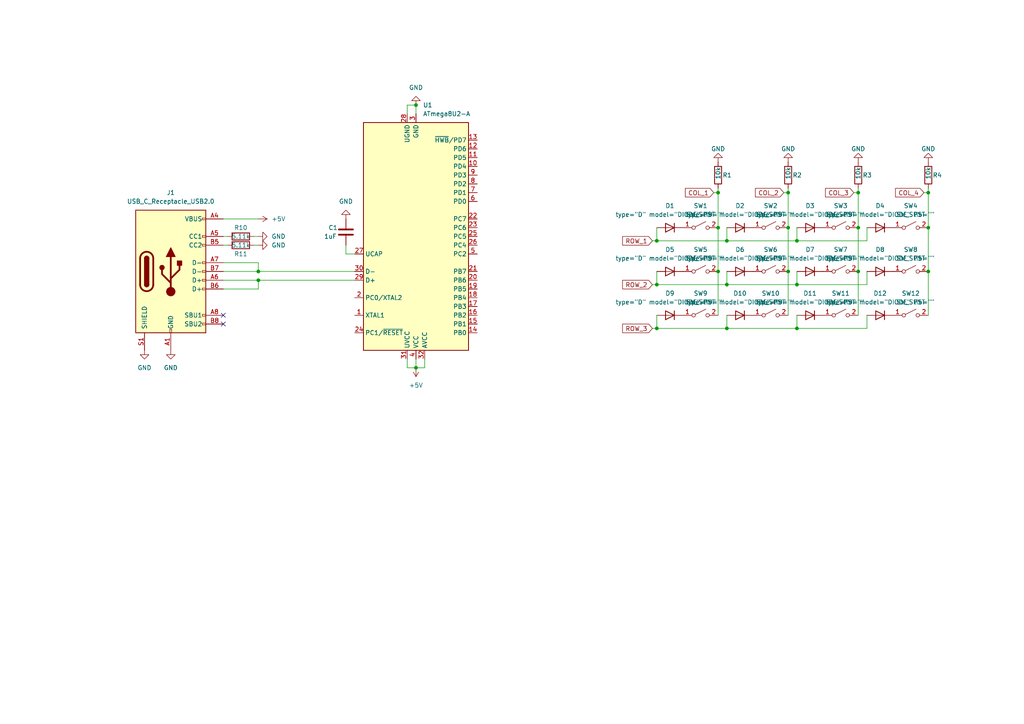
<source format=kicad_sch>
(kicad_sch (version 20211123) (generator eeschema)
  (paper "A4")
  (lib_symbols
    (symbol "Connector:USB_C_Receptacle_USB2.0" (pin_names (offset 1.016))
      (property "Reference" "J" (at -10.16 19.05 0))
      (property "Value" "USB_C_Receptacle_USB2.0" (at 19.05 19.05 0))
      (symbol "USB_C_Receptacle_USB2.0_0_0"
        (rectangle (start -0.254 -17.78) (end 0.254 -16.764))
        (rectangle (start 10.16 -14.986) (end 9.144 -15.494))
        (rectangle (start 10.16 -12.446) (end 9.144 -12.954))
        (rectangle (start 10.16 -4.826) (end 9.144 -5.334))
        (rectangle (start 10.16 -2.286) (end 9.144 -2.794))
        (rectangle (start 10.16 0.254) (end 9.144 -0.254))
        (rectangle (start 10.16 2.794) (end 9.144 2.286))
        (rectangle (start 10.16 7.874) (end 9.144 7.366))
        (rectangle (start 10.16 10.414) (end 9.144 9.906))
        (rectangle (start 10.16 15.494) (end 9.144 14.986))
      )
      (symbol "USB_C_Receptacle_USB2.0_0_1"
        (rectangle (start -10.16 17.78) (end 10.16 -17.78) (stroke (width 0.254)) (fill (type background)))
        (arc (start -8.89 -3.81) (mid -6.985 -5.715) (end -5.08 -3.81) (stroke (width 0.508)))
        (arc (start -7.62 -3.81) (mid -6.985 -4.445) (end -6.35 -3.81) (stroke (width 0.254)))
        (arc (start -7.62 -3.81) (mid -6.985 -4.445) (end -6.35 -3.81) (stroke (width 0.254)) (fill (type outline)))
        (rectangle (start -7.62 -3.81) (end -6.35 3.81) (stroke (width 0.254)) (fill (type outline)))
        (arc (start -6.35 3.81) (mid -6.985 4.445) (end -7.62 3.81) (stroke (width 0.254)))
        (arc (start -6.35 3.81) (mid -6.985 4.445) (end -7.62 3.81) (stroke (width 0.254)) (fill (type outline)))
        (arc (start -5.08 3.81) (mid -6.985 5.715) (end -8.89 3.81) (stroke (width 0.508)))
        (circle (center -2.54 1.143) (radius 0.635) (stroke (width 0.254)) (fill (type outline)))
        (circle (center 0 -5.842) (radius 1.27) (fill (type outline)))
        (polyline (pts (xy -8.89 -3.81) (xy -8.89 3.81)) (stroke (width 0.508)))
        (polyline (pts (xy -5.08 3.81) (xy -5.08 -3.81)) (stroke (width 0.508)))
        (polyline (pts (xy 0 -5.842) (xy 0 4.318)) (stroke (width 0.508)))
        (polyline (pts (xy 0 -3.302) (xy -2.54 -0.762) (xy -2.54 0.508)) (stroke (width 0.508)))
        (polyline (pts (xy 0 -2.032) (xy 2.54 0.508) (xy 2.54 1.778)) (stroke (width 0.508)))
        (polyline (pts (xy -1.27 4.318) (xy 0 6.858) (xy 1.27 4.318) (xy -1.27 4.318)) (stroke (width 0.254)) (fill (type outline)))
        (rectangle (start 1.905 1.778) (end 3.175 3.048) (stroke (width 0.254)) (fill (type outline)))
      )
      (symbol "USB_C_Receptacle_USB2.0_1_1"
        (pin passive line (at 0 -22.86 90) (length 5.08) (name "GND") (number "A1"))
        (pin passive line (at 0 -22.86 90) (length 5.08) hide (name "GND") (number "A12"))
        (pin passive line (at 15.24 15.24 180) (length 5.08) (name "VBUS") (number "A4"))
        (pin bidirectional line (at 15.24 10.16 180) (length 5.08) (name "CC1") (number "A5"))
        (pin bidirectional line (at 15.24 -2.54 180) (length 5.08) (name "D+") (number "A6"))
        (pin bidirectional line (at 15.24 2.54 180) (length 5.08) (name "D-") (number "A7"))
        (pin bidirectional line (at 15.24 -12.7 180) (length 5.08) (name "SBU1") (number "A8"))
        (pin passive line (at 15.24 15.24 180) (length 5.08) hide (name "VBUS") (number "A9"))
        (pin passive line (at 0 -22.86 90) (length 5.08) hide (name "GND") (number "B1"))
        (pin passive line (at 0 -22.86 90) (length 5.08) hide (name "GND") (number "B12"))
        (pin passive line (at 15.24 15.24 180) (length 5.08) hide (name "VBUS") (number "B4"))
        (pin bidirectional line (at 15.24 7.62 180) (length 5.08) (name "CC2") (number "B5"))
        (pin bidirectional line (at 15.24 -5.08 180) (length 5.08) (name "D+") (number "B6"))
        (pin bidirectional line (at 15.24 0 180) (length 5.08) (name "D-") (number "B7"))
        (pin bidirectional line (at 15.24 -15.24 180) (length 5.08) (name "SBU2") (number "B8"))
        (pin passive line (at 15.24 15.24 180) (length 5.08) hide (name "VBUS") (number "B9"))
        (pin passive line (at -7.62 -22.86 90) (length 5.08) (name "SHIELD") (number "S1"))
      )
    )
    (symbol "Device:C" (pin_numbers hide) (pin_names (offset 0.254))
      (property "Reference" "C" (at 0.635 2.54 0))
      (property "Value" "C" (at 0.635 -2.54 0))
      (symbol "C_0_1"
        (polyline (pts (xy -2.032 -0.762) (xy 2.032 -0.762)) (stroke (width 0.508)))
        (polyline (pts (xy -2.032 0.762) (xy 2.032 0.762)) (stroke (width 0.508)))
      )
      (symbol "C_1_1"
        (pin passive line (at 0 3.81 270) (length 2.794) (name "~") (number "1"))
        (pin passive line (at 0 -3.81 90) (length 2.794) (name "~") (number "2"))
      )
    )
    (symbol "Device:R" (pin_numbers hide) (pin_names (offset 0))
      (property "Reference" "R" (at 2.032 0 90))
      (property "Value" "R" (at 0 0 90))
      (symbol "R_0_1"
        (rectangle (start -1.016 -2.54) (end 1.016 2.54) (stroke (width 0.254)))
      )
      (symbol "R_1_1"
        (pin passive line (at 0 3.81 270) (length 1.27) (name "~") (number "1"))
        (pin passive line (at 0 -3.81 90) (length 1.27) (name "~") (number "2"))
      )
    )
    (symbol "MCU_Microchip_ATmega:ATmega8U2-A"
      (property "Reference" "U" (at -15.24 34.29 0))
      (property "Value" "ATmega8U2-A" (at 2.54 -34.29 0))
      (symbol "ATmega8U2-A_0_1"
        (rectangle (start -15.24 -33.02) (end 15.24 33.02) (stroke (width 0.254)) (fill (type background)))
      )
      (symbol "ATmega8U2-A_1_1"
        (pin input line (at -17.78 22.86 0) (length 2.54) (name "XTAL1") (number "1"))
        (pin bidirectional line (at 17.78 -20.32 180) (length 2.54) (name "PD4") (number "10"))
        (pin bidirectional line (at 17.78 -22.86 180) (length 2.54) (name "PD5") (number "11"))
        (pin bidirectional line (at 17.78 -25.4 180) (length 2.54) (name "PD6") (number "12"))
        (pin bidirectional line (at 17.78 -27.94 180) (length 2.54) (name "~{HWB}/PD7") (number "13"))
        (pin bidirectional line (at 17.78 27.94 180) (length 2.54) (name "PB0") (number "14"))
        (pin bidirectional line (at 17.78 25.4 180) (length 2.54) (name "PB1") (number "15"))
        (pin bidirectional line (at 17.78 22.86 180) (length 2.54) (name "PB2") (number "16"))
        (pin bidirectional line (at 17.78 20.32 180) (length 2.54) (name "PB3") (number "17"))
        (pin bidirectional line (at 17.78 17.78 180) (length 2.54) (name "PB4") (number "18"))
        (pin bidirectional line (at 17.78 15.24 180) (length 2.54) (name "PB5") (number "19"))
        (pin bidirectional line (at -17.78 17.78 0) (length 2.54) (name "PC0/XTAL2") (number "2"))
        (pin bidirectional line (at 17.78 12.7 180) (length 2.54) (name "PB6") (number "20"))
        (pin bidirectional line (at 17.78 10.16 180) (length 2.54) (name "PB7") (number "21"))
        (pin bidirectional line (at 17.78 -5.08 180) (length 2.54) (name "PC7") (number "22"))
        (pin bidirectional line (at 17.78 -2.54 180) (length 2.54) (name "PC6") (number "23"))
        (pin bidirectional line (at -17.78 27.94 0) (length 2.54) (name "PC1/~{RESET}") (number "24"))
        (pin bidirectional line (at 17.78 0 180) (length 2.54) (name "PC5") (number "25"))
        (pin bidirectional line (at 17.78 2.54 180) (length 2.54) (name "PC4") (number "26"))
        (pin passive line (at -17.78 5.08 0) (length 2.54) (name "UCAP") (number "27"))
        (pin power_in line (at -2.54 -35.56 90) (length 2.54) (name "UGND") (number "28"))
        (pin bidirectional line (at -17.78 12.7 0) (length 2.54) (name "D+") (number "29"))
        (pin power_in line (at 0 -35.56 90) (length 2.54) (name "GND") (number "3"))
        (pin bidirectional line (at -17.78 10.16 0) (length 2.54) (name "D-") (number "30"))
        (pin power_in line (at -2.54 35.56 270) (length 2.54) (name "UVCC") (number "31"))
        (pin power_in line (at 2.54 35.56 270) (length 2.54) (name "AVCC") (number "32"))
        (pin power_in line (at 0 35.56 270) (length 2.54) (name "VCC") (number "4"))
        (pin bidirectional line (at 17.78 5.08 180) (length 2.54) (name "PC2") (number "5"))
        (pin bidirectional line (at 17.78 -10.16 180) (length 2.54) (name "PD0") (number "6"))
        (pin bidirectional line (at 17.78 -12.7 180) (length 2.54) (name "PD1") (number "7"))
        (pin bidirectional line (at 17.78 -15.24 180) (length 2.54) (name "PD2") (number "8"))
        (pin bidirectional line (at 17.78 -17.78 180) (length 2.54) (name "PD3") (number "9"))
      )
    )
    (symbol "Simulation_SPICE:DIODE" (pin_numbers hide) (pin_names (offset 1.016) hide)
      (property "Reference" "D" (at 0 2.54 0))
      (property "Value" "DIODE" (at 0 -2.54 0))
      (symbol "DIODE_0_1"
        (polyline (pts (xy 1.27 0) (xy -1.27 0)))
        (polyline (pts (xy 1.27 1.27) (xy 1.27 -1.27)) (stroke (width 0.254)))
        (polyline (pts (xy -1.27 -1.27) (xy -1.27 1.27) (xy 1.27 0) (xy -1.27 -1.27)) (stroke (width 0.254)))
      )
      (symbol "DIODE_1_1"
        (pin passive line (at -3.81 0 0) (length 2.54) (name "A") (number "1"))
        (pin passive line (at 3.81 0 180) (length 2.54) (name "K") (number "2"))
      )
    )
    (symbol "Switch:SW_SPST" (pin_names (offset 0) hide)
      (property "Reference" "SW" (at 0 3.175 0))
      (property "Value" "SW_SPST" (at 0 -2.54 0))
      (symbol "SW_SPST_0_0"
        (circle (center -2.032 0) (radius 0.508))
        (polyline (pts (xy -1.524 0.254) (xy 1.524 1.778)))
        (circle (center 2.032 0) (radius 0.508))
      )
      (symbol "SW_SPST_1_1"
        (pin passive line (at -5.08 0 0) (length 2.54) (name "A") (number "1"))
        (pin passive line (at 5.08 0 180) (length 2.54) (name "B") (number "2"))
      )
    )
    (symbol "power:+5V" (power) (pin_names (offset 0))
      (property "Value" "+5V" (at 0 3.556 0))
      (symbol "+5V_0_1"
        (polyline (pts (xy -0.762 1.27) (xy 0 2.54)))
        (polyline (pts (xy 0 0) (xy 0 2.54)))
        (polyline (pts (xy 0 2.54) (xy 0.762 1.27)))
      )
      (symbol "+5V_1_1"
        (pin power_in line (at 0 0 90) (length 0) hide (name "+5V") (number "1"))
      )
    )
    (symbol "power:GND" (power) (pin_names (offset 0))
      (property "Value" "GND" (at 0 -3.81 0))
      (symbol "GND_0_1"
        (polyline (pts (xy 0 0) (xy 0 -1.27) (xy 1.27 -1.27) (xy 0 -2.54) (xy -1.27 -1.27) (xy 0 -1.27)))
      )
      (symbol "GND_1_1"
        (pin power_in line (at 0 0 270) (length 0) hide (name "GND") (number "1"))
      )
    )
  )
  (junction (at 269.24 66.04))
  (junction (at 208.28 55.88))
  (junction (at 228.6 55.88))
  (junction (at 208.28 66.04))
  (junction (at 208.28 78.74))
  (junction (at 248.92 66.04))
  (junction (at 248.92 55.88))
  (junction (at 120.65 106.68))
  (junction (at 231.14 69.85))
  (junction (at 269.24 78.74))
  (junction (at 231.14 82.55))
  (junction (at 74.93 78.74))
  (junction (at 210.82 95.25))
  (junction (at 248.92 78.74))
  (junction (at 228.6 78.74))
  (junction (at 269.24 55.88))
  (junction (at 190.5 82.55))
  (junction (at 190.5 95.25))
  (junction (at 210.82 69.85))
  (junction (at 190.5 69.85))
  (junction (at 231.14 95.25))
  (junction (at 120.65 30.48))
  (junction (at 74.93 81.28))
  (junction (at 228.6 66.04))
  (junction (at 210.82 82.55))
  (no_connect (at 64.77 91.44))
  (no_connect (at 64.77 93.98))
  (wire (pts (xy 73.66 68.58) (xy 74.93 68.58)))
  (wire (pts (xy 269.24 78.74) (xy 269.24 91.44)))
  (wire (pts (xy 231.14 95.25) (xy 251.46 95.25)))
  (wire (pts (xy 74.93 76.2) (xy 74.93 78.74)))
  (wire (pts (xy 231.14 66.04) (xy 231.14 69.85)))
  (wire (pts (xy 190.5 78.74) (xy 190.5 82.55)))
  (wire (pts (xy 248.92 54.61) (xy 248.92 55.88)))
  (wire (pts (xy 248.92 66.04) (xy 248.92 78.74)))
  (wire (pts (xy 190.5 91.44) (xy 190.5 95.25)))
  (wire (pts (xy 190.5 69.85) (xy 210.82 69.85)))
  (wire (pts (xy 73.66 71.12) (xy 74.93 71.12)))
  (wire (pts (xy 64.77 63.5) (xy 74.93 63.5)))
  (wire (pts (xy 228.6 66.04) (xy 228.6 78.74)))
  (wire (pts (xy 208.28 55.88) (xy 208.28 66.04)))
  (wire (pts (xy 251.46 66.04) (xy 251.46 69.85)))
  (wire (pts (xy 120.65 104.14) (xy 120.65 106.68)))
  (wire (pts (xy 190.5 82.55) (xy 210.82 82.55)))
  (wire (pts (xy 100.33 71.12) (xy 100.33 73.66)))
  (wire (pts (xy 227.33 55.88) (xy 228.6 55.88)))
  (wire (pts (xy 118.11 30.48) (xy 120.65 30.48)))
  (wire (pts (xy 64.77 68.58) (xy 66.04 68.58)))
  (wire (pts (xy 228.6 55.88) (xy 228.6 66.04)))
  (wire (pts (xy 118.11 106.68) (xy 120.65 106.68)))
  (wire (pts (xy 208.28 54.61) (xy 208.28 55.88)))
  (wire (pts (xy 118.11 33.02) (xy 118.11 30.48)))
  (wire (pts (xy 64.77 76.2) (xy 74.93 76.2)))
  (wire (pts (xy 210.82 91.44) (xy 210.82 95.25)))
  (wire (pts (xy 64.77 81.28) (xy 74.93 81.28)))
  (wire (pts (xy 64.77 71.12) (xy 66.04 71.12)))
  (wire (pts (xy 248.92 55.88) (xy 248.92 66.04)))
  (wire (pts (xy 208.28 78.74) (xy 208.28 91.44)))
  (wire (pts (xy 74.93 81.28) (xy 74.93 83.82)))
  (wire (pts (xy 123.19 104.14) (xy 123.19 106.68)))
  (wire (pts (xy 190.5 66.04) (xy 190.5 69.85)))
  (wire (pts (xy 74.93 78.74) (xy 102.87 78.74)))
  (wire (pts (xy 118.11 104.14) (xy 118.11 106.68)))
  (wire (pts (xy 210.82 82.55) (xy 231.14 82.55)))
  (wire (pts (xy 189.23 69.85) (xy 190.5 69.85)))
  (wire (pts (xy 248.92 78.74) (xy 248.92 91.44)))
  (wire (pts (xy 210.82 66.04) (xy 210.82 69.85)))
  (wire (pts (xy 74.93 81.28) (xy 102.87 81.28)))
  (wire (pts (xy 74.93 83.82) (xy 64.77 83.82)))
  (wire (pts (xy 100.33 73.66) (xy 102.87 73.66)))
  (wire (pts (xy 269.24 55.88) (xy 269.24 66.04)))
  (wire (pts (xy 231.14 82.55) (xy 251.46 82.55)))
  (wire (pts (xy 269.24 66.04) (xy 269.24 78.74)))
  (wire (pts (xy 210.82 69.85) (xy 231.14 69.85)))
  (wire (pts (xy 267.97 55.88) (xy 269.24 55.88)))
  (wire (pts (xy 189.23 82.55) (xy 190.5 82.55)))
  (wire (pts (xy 64.77 78.74) (xy 74.93 78.74)))
  (wire (pts (xy 210.82 78.74) (xy 210.82 82.55)))
  (wire (pts (xy 190.5 95.25) (xy 210.82 95.25)))
  (wire (pts (xy 269.24 54.61) (xy 269.24 55.88)))
  (wire (pts (xy 251.46 78.74) (xy 251.46 82.55)))
  (wire (pts (xy 189.23 95.25) (xy 190.5 95.25)))
  (wire (pts (xy 231.14 78.74) (xy 231.14 82.55)))
  (wire (pts (xy 123.19 106.68) (xy 120.65 106.68)))
  (wire (pts (xy 231.14 69.85) (xy 251.46 69.85)))
  (wire (pts (xy 231.14 91.44) (xy 231.14 95.25)))
  (wire (pts (xy 228.6 54.61) (xy 228.6 55.88)))
  (wire (pts (xy 210.82 95.25) (xy 231.14 95.25)))
  (wire (pts (xy 247.65 55.88) (xy 248.92 55.88)))
  (wire (pts (xy 120.65 30.48) (xy 120.65 33.02)))
  (wire (pts (xy 207.01 55.88) (xy 208.28 55.88)))
  (wire (pts (xy 251.46 91.44) (xy 251.46 95.25)))
  (wire (pts (xy 208.28 66.04) (xy 208.28 78.74)))
  (wire (pts (xy 228.6 78.74) (xy 228.6 91.44)))
  (global_label "COL_3" (shape input) (at 247.65 55.88 180) (property "Intersheet References" "${INTERSHEET_REFS}" (effects hide)))
  (global_label "COL_4" (shape input) (at 267.97 55.88 180) (property "Intersheet References" "${INTERSHEET_REFS}" (effects hide)))
  (global_label "COL_2" (shape input) (at 227.33 55.88 180) (property "Intersheet References" "${INTERSHEET_REFS}" (effects hide)))
  (global_label "ROW_1" (shape input) (at 189.23 69.85 180) (property "Intersheet References" "${INTERSHEET_REFS}" (effects hide)))
  (global_label "COL_1" (shape input) (at 207.01 55.88 180) (property "Intersheet References" "${INTERSHEET_REFS}" (effects hide)))
  (global_label "ROW_2" (shape input) (at 189.23 82.55 180) (property "Intersheet References" "${INTERSHEET_REFS}" (effects hide)))
  (global_label "ROW_3" (shape input) (at 189.23 95.25 180) (property "Intersheet References" "${INTERSHEET_REFS}" (effects hide)))
  (symbol (lib_id "Device:R") (at 228.6 50.8 0) (unit 1)
    (property "Reference" "R2" (at 229.87 50.8 0) (effects (justify left)))
    (property "Value" "10k" (at 228.6 52.07 90) (effects (justify left)))
  )
  (symbol (lib_id "Simulation_SPICE:DIODE") (at 234.95 66.04 0) (unit 1)
    (property "Reference" "D3" (at 234.95 59.69 0))
    (property "Value" "DIODE" (at 234.95 62.23 0))
    (property "Spice_Netlist_Enabled" "Y" (effects hide))
    (property "Spice_Primitive" "D" (effects hide))
  )
  (symbol (lib_id "Simulation_SPICE:DIODE") (at 194.31 66.04 0) (unit 1)
    (property "Reference" "D1" (at 194.31 59.69 0))
    (property "Value" "DIODE" (at 194.31 62.23 0))
    (property "Spice_Netlist_Enabled" "Y" (effects hide))
    (property "Spice_Primitive" "D" (effects hide))
  )
  (symbol (lib_id "Switch:SW_SPST") (at 264.16 78.74 0) (unit 1)
    (property "Reference" "SW8" (at 264.16 72.39 0))
    (property "Value" "SW_SPST" (at 264.16 74.93 0))
  )
  (symbol (lib_id "power:GND") (at 228.6 46.99 180) (unit 1)
    (property "Reference" "#PWR?" (effects hide))
    (property "Value" "GND" (at 228.6 43.18 0))
  )
  (symbol (lib_id "Switch:SW_SPST") (at 203.2 78.74 0) (unit 1)
    (property "Reference" "SW5" (at 203.2 72.39 0))
    (property "Value" "SW_SPST" (at 203.2 74.93 0))
  )
  (symbol (lib_id "MCU_Microchip_ATmega:ATmega8U2-A") (at 120.65 68.58 0) (mirror x) (unit 1)
    (property "Reference" "U1" (at 122.6694 30.48 0) (effects (justify left)))
    (property "Value" "ATmega8U2-A" (at 122.6694 33.02 0) (effects (justify left)))
    (property "Footprint" "Package_QFP:TQFP-32_7x7mm_P0.8mm" (effects hide))
    (property "Datasheet" "http://ww1.microchip.com/downloads/en/DeviceDoc/doc7799.pdf" (effects hide))
  )
  (symbol (lib_id "Switch:SW_SPST") (at 243.84 91.44 0) (unit 1)
    (property "Reference" "SW11" (at 243.84 85.09 0))
    (property "Value" "SW_SPST" (at 243.84 87.63 0))
  )
  (symbol (lib_id "Simulation_SPICE:DIODE") (at 234.95 91.44 0) (unit 1)
    (property "Reference" "D11" (at 234.95 85.09 0))
    (property "Value" "DIODE" (at 234.95 87.63 0))
    (property "Spice_Netlist_Enabled" "Y" (effects hide))
    (property "Spice_Primitive" "D" (effects hide))
  )
  (symbol (lib_id "Switch:SW_SPST") (at 223.52 66.04 0) (unit 1)
    (property "Reference" "SW2" (at 223.52 59.69 0))
    (property "Value" "SW_SPST" (at 223.52 62.23 0))
  )
  (symbol (lib_id "Simulation_SPICE:DIODE") (at 214.63 91.44 0) (unit 1)
    (property "Reference" "D10" (at 214.63 85.09 0))
    (property "Value" "DIODE" (at 214.63 87.63 0))
    (property "Spice_Netlist_Enabled" "Y" (effects hide))
    (property "Spice_Primitive" "D" (effects hide))
  )
  (symbol (lib_id "power:GND") (at 41.91 101.6 0) (unit 1)
    (property "Reference" "#PWR?" (effects hide))
    (property "Value" "GND" (at 41.91 106.68 0))
  )
  (symbol (lib_id "power:GND") (at 74.93 71.12 90) (unit 1)
    (property "Reference" "#PWR?" (effects hide))
    (property "Value" "GND" (at 78.74 71.1199 90) (effects (justify right)))
  )
  (symbol (lib_id "Device:R") (at 269.24 50.8 0) (unit 1)
    (property "Reference" "R4" (at 270.51 50.8 0) (effects (justify left)))
    (property "Value" "10k" (at 269.24 52.07 90) (effects (justify left)))
  )
  (symbol (lib_id "Switch:SW_SPST") (at 243.84 66.04 0) (unit 1)
    (property "Reference" "SW3" (at 243.84 59.69 0))
    (property "Value" "SW_SPST" (at 243.84 62.23 0))
  )
  (symbol (lib_id "Switch:SW_SPST") (at 243.84 78.74 0) (unit 1)
    (property "Reference" "SW7" (at 243.84 72.39 0))
    (property "Value" "SW_SPST" (at 243.84 74.93 0))
  )
  (symbol (lib_id "power:GND") (at 208.28 46.99 180) (unit 1)
    (property "Reference" "#PWR?" (effects hide))
    (property "Value" "GND" (at 208.28 43.18 0))
  )
  (symbol (lib_id "power:+5V") (at 120.65 106.68 180) (unit 1)
    (property "Reference" "#PWR?" (effects hide))
    (property "Value" "+5V" (at 120.65 111.76 0))
  )
  (symbol (lib_id "Switch:SW_SPST") (at 223.52 78.74 0) (unit 1)
    (property "Reference" "SW6" (at 223.52 72.39 0))
    (property "Value" "SW_SPST" (at 223.52 74.93 0))
  )
  (symbol (lib_id "Simulation_SPICE:DIODE") (at 255.27 78.74 0) (unit 1)
    (property "Reference" "D8" (at 255.27 72.39 0))
    (property "Value" "DIODE" (at 255.27 74.93 0))
    (property "Spice_Netlist_Enabled" "Y" (effects hide))
    (property "Spice_Primitive" "D" (effects hide))
  )
  (symbol (lib_id "power:GND") (at 100.33 63.5 180) (unit 1)
    (property "Reference" "#PWR?" (effects hide))
    (property "Value" "GND" (at 100.33 58.42 0))
  )
  (symbol (lib_id "Switch:SW_SPST") (at 223.52 91.44 0) (unit 1)
    (property "Reference" "SW10" (at 223.52 85.09 0))
    (property "Value" "SW_SPST" (at 223.52 87.63 0))
  )
  (symbol (lib_id "Switch:SW_SPST") (at 264.16 91.44 0) (unit 1)
    (property "Reference" "SW12" (at 264.16 85.09 0))
    (property "Value" "SW_SPST" (at 264.16 87.63 0))
  )
  (symbol (lib_id "power:+5V") (at 74.93 63.5 270) (unit 1)
    (property "Reference" "#PWR?" (effects hide))
    (property "Value" "+5V" (at 78.74 63.4999 90) (effects (justify left)))
  )
  (symbol (lib_id "Simulation_SPICE:DIODE") (at 255.27 66.04 0) (unit 1)
    (property "Reference" "D4" (at 255.27 59.69 0))
    (property "Value" "DIODE" (at 255.27 62.23 0))
    (property "Spice_Netlist_Enabled" "Y" (effects hide))
    (property "Spice_Primitive" "D" (effects hide))
  )
  (symbol (lib_id "power:GND") (at 248.92 46.99 180) (unit 1)
    (property "Reference" "#PWR?" (effects hide))
    (property "Value" "GND" (at 248.92 43.18 0))
  )
  (symbol (lib_id "Simulation_SPICE:DIODE") (at 194.31 91.44 0) (unit 1)
    (property "Reference" "D9" (at 194.31 85.09 0))
    (property "Value" "DIODE" (at 194.31 87.63 0))
    (property "Spice_Netlist_Enabled" "Y" (effects hide))
    (property "Spice_Primitive" "D" (effects hide))
  )
  (symbol (lib_id "Connector:USB_C_Receptacle_USB2.0") (at 49.53 78.74 0) (unit 1)
    (property "Reference" "J1" (at 49.53 55.88 0))
    (property "Value" "USB_C_Receptacle_USB2.0" (at 49.53 58.42 0))
    (property "Datasheet" "https://www.usb.org/sites/default/files/documents/usb_type-c.zip" (effects hide))
  )
  (symbol (lib_id "Simulation_SPICE:DIODE") (at 234.95 78.74 0) (unit 1)
    (property "Reference" "D7" (at 234.95 72.39 0))
    (property "Value" "DIODE" (at 234.95 74.93 0))
    (property "Spice_Netlist_Enabled" "Y" (effects hide))
    (property "Spice_Primitive" "D" (effects hide))
  )
  (symbol (lib_id "power:GND") (at 120.65 30.48 180) (unit 1)
    (property "Reference" "#PWR?" (effects hide))
    (property "Value" "GND" (at 120.65 25.4 0))
  )
  (symbol (lib_id "Switch:SW_SPST") (at 203.2 66.04 0) (unit 1)
    (property "Reference" "SW1" (at 203.2 59.69 0))
    (property "Value" "SW_SPST" (at 203.2 62.23 0))
  )
  (symbol (lib_id "Device:C") (at 100.33 67.31 0) (unit 1)
    (property "Reference" "C1" (at 95.25 66.04 0) (effects (justify left)))
    (property "Value" "1uF" (at 93.98 68.58 0) (effects (justify left)))
  )
  (symbol (lib_id "Device:R") (at 69.85 71.12 90) (unit 1)
    (property "Reference" "R11" (at 69.85 73.66 90))
    (property "Value" "5.11k" (at 69.85 71.12 90))
  )
  (symbol (lib_id "power:GND") (at 74.93 68.58 90) (unit 1)
    (property "Reference" "#PWR?" (effects hide))
    (property "Value" "GND" (at 78.74 68.5799 90) (effects (justify right)))
  )
  (symbol (lib_id "Switch:SW_SPST") (at 264.16 66.04 0) (unit 1)
    (property "Reference" "SW4" (at 264.16 59.69 0))
    (property "Value" "SW_SPST" (at 264.16 62.23 0))
  )
  (symbol (lib_id "Device:R") (at 248.92 50.8 0) (unit 1)
    (property "Reference" "R3" (at 250.19 50.8 0) (effects (justify left)))
    (property "Value" "10k" (at 248.92 52.07 90) (effects (justify left)))
  )
  (symbol (lib_id "Simulation_SPICE:DIODE") (at 214.63 66.04 0) (unit 1)
    (property "Reference" "D2" (at 214.63 59.69 0))
    (property "Value" "DIODE" (at 214.63 62.23 0))
    (property "Spice_Netlist_Enabled" "Y" (effects hide))
    (property "Spice_Primitive" "D" (effects hide))
  )
  (symbol (lib_id "Simulation_SPICE:DIODE") (at 194.31 78.74 0) (unit 1)
    (property "Reference" "D5" (at 194.31 72.39 0))
    (property "Value" "DIODE" (at 194.31 74.93 0))
    (property "Spice_Netlist_Enabled" "Y" (effects hide))
    (property "Spice_Primitive" "D" (effects hide))
  )
  (symbol (lib_id "Simulation_SPICE:DIODE") (at 255.27 91.44 0) (unit 1)
    (property "Reference" "D12" (at 255.27 85.09 0))
    (property "Value" "DIODE" (at 255.27 87.63 0))
    (property "Spice_Netlist_Enabled" "Y" (effects hide))
    (property "Spice_Primitive" "D" (effects hide))
  )
  (symbol (lib_id "Device:R") (at 69.85 68.58 90) (unit 1)
    (property "Reference" "R10" (at 69.85 66.04 90))
    (property "Value" "5.11k" (at 69.85 68.58 90))
  )
  (symbol (lib_id "Simulation_SPICE:DIODE") (at 214.63 78.74 0) (unit 1)
    (property "Reference" "D6" (at 214.63 72.39 0))
    (property "Value" "DIODE" (at 214.63 74.93 0))
    (property "Spice_Netlist_Enabled" "Y" (effects hide))
    (property "Spice_Primitive" "D" (effects hide))
  )
  (symbol (lib_id "power:GND") (at 49.53 101.6 0) (unit 1)
    (property "Reference" "#PWR?" (effects hide))
    (property "Value" "GND" (at 49.53 106.68 0))
  )
  (symbol (lib_id "Switch:SW_SPST") (at 203.2 91.44 0) (unit 1)
    (property "Reference" "SW9" (at 203.2 85.09 0))
    (property "Value" "SW_SPST" (at 203.2 87.63 0))
  )
  (symbol (lib_id "power:GND") (at 269.24 46.99 180) (unit 1)
    (property "Reference" "#PWR?" (effects hide))
    (property "Value" "GND" (at 269.24 43.18 0))
  )
  (symbol (lib_id "Device:R") (at 208.28 50.8 0) (unit 1)
    (property "Reference" "R1" (at 209.55 50.8 0) (effects (justify left)))
    (property "Value" "10k" (at 208.28 52.07 90) (effects (justify left)))
  )
)
</source>
